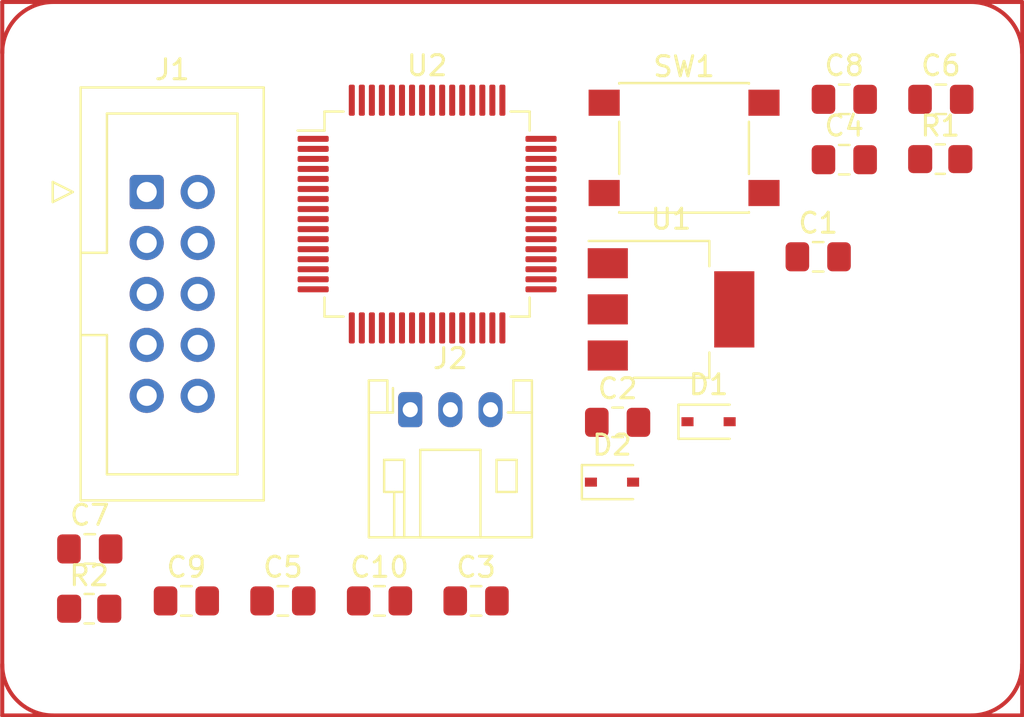
<source format=kicad_pcb>
(kicad_pcb (version 20211014) (generator pcbnew)
  (layers (0 "F.Cu" signal) (31 "B.Cu" signal) (34 "B.Paste" user) (35 "F.Paste" user) (36 "B.SilkS" user "B.Silkscreen") (37 "F.SilkS" user "F.Silkscreen") (38 "B.Mask" user) (39 "F.Mask" user) (44 "Edge.Cuts" user))
  (net 0 "")
  (net 1 "5V")
  (net 2 "Net-(C1-Pad2)")
  (net 3 "3.3V")
  (net 4 "GND")
  (net 5 "Net-(C7-Pad1)")
  (net 6 "/NRST")
  (net 7 "/PA13")
  (net 9 "/PA14")
  (net 10 "/V3.3_IN")
  (net 11 "/U5V")
  (net 12 "PA8")
  (net 13 "/BOOT0")
  (net 14 "/PC13")
  (net 15 "/PC14")
  (net 16 "/PC15")
  (net 17 "/PF0")
  (net 18 "/PF1")
  (net 19 "/PC0")
  (net 20 "/PC1")
  (net 21 "/PC2")
  (net 22 "/PC3")
  (net 23 "/PA0")
  (net 24 "/PA1")
  (net 25 "/PA2")
  (net 26 "/PA3")
  (net 27 "/PA4")
  (net 28 "/PA5")
  (net 29 "/PA6")
  (net 30 "/PA7")
  (net 31 "/PC4")
  (net 32 "/PC5")
  (net 33 "/PB0")
  (net 34 "/PB1")
  (net 35 "/PB2")
  (net 36 "/PB10")
  (net 37 "/PB11")
  (net 38 "/PB12")
  (net 39 "/PB13")
  (net 40 "/PB14")
  (net 41 "/PB15")
  (net 42 "/PC6")
  (net 43 "/PC7")
  (net 44 "/PC8")
  (net 45 "/PC9")
  (net 46 "/PA9")
  (net 47 "/PA10")
  (net 48 "/PA11")
  (net 49 "/PA12")
  (net 50 "/PA15")
  (net 51 "/PC10")
  (net 52 "/PC11")
  (net 53 "/PC12")
  (net 54 "/PD2")
  (net 55 "/PB3")
  (net 56 "/PB4")
  (net 57 "/PB5")
  (net 58 "/PB6")
  (net 59 "/PB7")
  (net 60 "/PB8")
  (net 61 "/PB9")
  (footprint "Connector_JST:JST_PH_S3B-PH-K_1x03_P2.00mm_Horizontal" (layer "F.Cu") (at 121.92 106.68)
    (fp_text reference "J2" (at 2 -2.55) (layer "F.SilkS"))
    (fp_text value "Conn_01x03_Male")
    (fp_line (start -1.14 -1.46) (end -2.06 -1.46) (layer "F.SilkS") (width 0.12))
    (fp_line (start 5.3 2.5) (end 5.3 4.1) (layer "F.SilkS") (width 0.12))
    (fp_line (start -1.14 0.14) (end -1.14 -1.46) (layer "F.SilkS") (width 0.12))
    (fp_line (start 4.3 2.5) (end 5.3 2.5) (layer "F.SilkS") (width 0.12))
    (fp_line (start -1.3 4.1) (end -0.3 4.1) (layer "F.SilkS") (width 0.12))
    (fp_line (start -0.8 4.1) (end -0.8 6.36) (layer "F.SilkS") (width 0.12))
    (fp_line (start -0.86 0.14) (end -0.86 -1.075) (layer "F.SilkS") (width 0.12))
    (fp_line (start -0.3 4.1) (end -0.3 6.36) (layer "F.SilkS") (width 0.12))
    (fp_line (start 3.5 2) (end 3.5 6.36) (layer "F.SilkS") (width 0.12))
    (fp_line (start -2.06 6.36) (end 6.06 6.36) (layer "F.SilkS") (width 0.12))
    (fp_line (start 6.06 -1.46) (end 5.14 -1.46) (layer "F.SilkS") (width 0.12))
    (fp_line (start 6.06 0.14) (end 5.14 0.14) (layer "F.SilkS") (width 0.12))
    (fp_line (start -0.3 4.1) (end -0.3 2.5) (layer "F.SilkS") (width 0.12))
    (fp_line (start 6.06 6.36) (end 6.06 -1.46) (layer "F.SilkS") (width 0.12))
    (fp_line (start 0.5 2) (end 3.5 2) (layer "F.SilkS") (width 0.12))
    (fp_line (start -1.3 2.5) (end -1.3 4.1) (layer "F.SilkS") (width 0.12))
    (fp_line (start 4.3 4.1) (end 4.3 2.5) (layer "F.SilkS") (width 0.12))
    (fp_line (start -2.06 0.14) (end -1.14 0.14) (layer "F.SilkS") (width 0.12))
    (fp_line (start 5.3 4.1) (end 4.3 4.1) (layer "F.SilkS") (width 0.12))
    (fp_line (start 5.14 0.14) (end 4.86 0.14) (layer "F.SilkS") (width 0.12))
    (fp_line (start -0.3 2.5) (end -1.3 2.5) (layer "F.SilkS") (width 0.12))
    (fp_line (start 5.14 -1.46) (end 5.14 0.14) (layer "F.SilkS") (width 0.12))
    (fp_line (start -2.06 -1.46) (end -2.06 6.36) (layer "F.SilkS") (width 0.12))
    (fp_line (start -0.86 0.14) (end -1.14 0.14) (layer "F.SilkS") (width 0.12))
    (fp_line (start 0.5 6.36) (end 0.5 2) (layer "F.SilkS") (width 0.12))
    (pad "1" thru_hole roundrect (at 0 0) (size 1.2 1.75) (drill 0.75) (layers *.Cu *.Mask) (roundrect_rratio 0.208333) (net 1 "5V"))
    (pad "2" thru_hole oval (at 2 0) (size 1.2 1.75) (drill 0.75) (layers *.Cu *.Mask) (net 12 "PA8"))
    (pad "3" thru_hole oval (at 4 0) (size 1.2 1.75) (drill 0.75) (layers *.Cu *.Mask) (net 4 "GND"))
  )
  (footprint "Resistor_SMD:R_0805_2012Metric_Pad1.20x1.40mm_HandSolder" (layer "F.Cu") (at 105.93 116.6)
    (fp_text reference "R2" (at 0 -1.65) (layer "F.SilkS"))
    (fp_text value "100K")
    (fp_line (start -0.227064 0.735) (end 0.227064 0.735) (layer "F.SilkS") (width 0.12))
    (fp_line (start -0.227064 -0.735) (end 0.227064 -0.735) (layer "F.SilkS") (width 0.12))
    (pad "1" smd roundrect (at -1 0) (size 1.2 1.4) (layers "F.Cu" "F.Paste" "F.Mask") (roundrect_rratio 0.208333) (net 3 "3.3V"))
    (pad "2" smd roundrect (at 1 0) (size 1.2 1.4) (layers "F.Cu" "F.Paste" "F.Mask") (roundrect_rratio 0.208333) (net 6 "/NRST"))
  )
  (footprint "Capacitor_SMD:C_0805_2012Metric_Pad1.18x1.45mm_HandSolder" (layer "F.Cu") (at 143.54 94.22)
    (fp_text reference "C4" (at 0 -1.68) (layer "F.SilkS"))
    (fp_text value ".1uF")
    (fp_line (start -0.261252 0.735) (end 0.261252 0.735) (layer "F.SilkS") (width 0.12))
    (fp_line (start -0.261252 -0.735) (end 0.261252 -0.735) (layer "F.SilkS") (width 0.12))
    (pad "1" smd roundrect (at -1.0375 0) (size 1.175 1.45) (layers "F.Cu" "F.Paste" "F.Mask") (roundrect_rratio 0.212766) (net 3 "3.3V"))
    (pad "2" smd roundrect (at 1.0375 0) (size 1.175 1.45) (layers "F.Cu" "F.Paste" "F.Mask") (roundrect_rratio 0.212766) (net 4 "GND"))
  )
  (footprint "Connector_IDC:IDC-Header_2x05_P2.54mm_Vertical" (layer "F.Cu") (at 108.795 95.83)
    (fp_text reference "J1" (at 1.27 -6.1) (layer "F.SilkS"))
    (fp_text value "Conn_02x05_Odd_Even")
    (fp_line (start 4.52 14.07) (end -1.98 14.07) (layer "F.SilkS") (width 0.12))
    (fp_line (start 4.52 -3.91) (end 4.52 14.07) (layer "F.SilkS") (width 0.12))
    (fp_line (start -1.98 14.07) (end -1.98 7.13) (layer "F.SilkS") (width 0.12))
    (fp_line (start -3.29 3.03) (end -1.98 3.03) (layer "F.SilkS") (width 0.12))
    (fp_line (start -3.29 15.37) (end -3.29 -5.21) (layer "F.SilkS") (width 0.12))
    (fp_line (start -1.98 7.13) (end -1.98 7.13) (layer "F.SilkS") (width 0.12))
    (fp_line (start -3.29 -5.21) (end 5.83 -5.21) (layer "F.SilkS") (width 0.12))
    (fp_line (start 5.83 15.37) (end -3.29 15.37) (layer "F.SilkS") (width 0.12))
    (fp_line (start -4.68 0.5) (end -3.68 0) (layer "F.SilkS") (width 0.12))
    (fp_line (start -1.98 3.03) (end -1.98 -3.91) (layer "F.SilkS") (width 0.12))
    (fp_line (start -3.68 0) (end -4.68 -0.5) (layer "F.SilkS") (width 0.12))
    (fp_line (start -1.98 -3.91) (end 4.52 -3.91) (layer "F.SilkS") (width 0.12))
    (fp_line (start -1.98 7.13) (end -3.29 7.13) (layer "F.SilkS") (width 0.12))
    (fp_line (start 5.83 -5.21) (end 5.83 15.37) (layer "F.SilkS") (width 0.12))
    (fp_line (start -4.68 -0.5) (end -4.68 0.5) (layer "F.SilkS") (width 0.12))
    (pad "1" thru_hole roundrect (at 0 0) (size 1.7 1.7) (drill 1) (layers *.Cu *.Mask) (roundrect_rratio 0.147059) (net 6 "/NRST"))
    (pad "2" thru_hole circle (at 2.54 0) (size 1.7 1.7) (drill 1) (layers *.Cu *.Mask) (net 7 "/PA13"))
    (pad "3" thru_hole circle (at 0 2.54) (size 1.7 1.7) (drill 1) (layers *.Cu *.Mask) (net 4 "GND"))
    (pad "4" thru_hole circle (at 2.54 2.54) (size 1.7 1.7) (drill 1) (layers *.Cu *.Mask) (net 4 "GND"))
    (pad "5" thru_hole circle (at 0 5.08) (size 1.7 1.7) (drill 1) (layers *.Cu *.Mask))
    (pad "6" thru_hole circle (at 2.54 5.08) (size 1.7 1.7) (drill 1) (layers *.Cu *.Mask) (net 9 "/PA14"))
    (pad "7" thru_hole circle (at 0 7.62) (size 1.7 1.7) (drill 1) (layers *.Cu *.Mask) (net 10 "/V3.3_IN"))
    (pad "8" thru_hole circle (at 2.54 7.62) (size 1.7 1.7) (drill 1) (layers *.Cu *.Mask) (net 10 "/V3.3_IN"))
    (pad "9" thru_hole circle (at 0 10.16) (size 1.7 1.7) (drill 1) (layers *.Cu *.Mask) (net 11 "/U5V"))
    (pad "10" thru_hole circle (at 2.54 10.16) (size 1.7 1.7) (drill 1) (layers *.Cu *.Mask) (net 11 "/U5V"))
  )
  (footprint "Capacitor_SMD:C_0805_2012Metric_Pad1.18x1.45mm_HandSolder" (layer "F.Cu") (at 148.35 91.21)
    (fp_text reference "C6" (at 0 -1.68) (layer "F.SilkS"))
    (fp_text value ".1uF")
    (fp_line (start -0.261252 -0.735) (end 0.261252 -0.735) (layer "F.SilkS") (width 0.12))
    (fp_line (start -0.261252 0.735) (end 0.261252 0.735) (layer "F.SilkS") (width 0.12))
    (pad "1" smd roundrect (at -1.0375 0) (size 1.175 1.45) (layers "F.Cu" "F.Paste" "F.Mask") (roundrect_rratio 0.212766) (net 3 "3.3V"))
    (pad "2" smd roundrect (at 1.0375 0) (size 1.175 1.45) (layers "F.Cu" "F.Paste" "F.Mask") (roundrect_rratio 0.212766) (net 4 "GND"))
  )
  (footprint "Package_QFP:LQFP-64_10x10mm_P0.5mm" (layer "F.Cu") (at 122.76 96.93)
    (fp_text reference "U2" (at 0 -7.4) (layer "F.SilkS"))
    (fp_text value "STM32F091RCTx")
    (fp_line (start 4.16 -5.11) (end 5.11 -5.11) (layer "F.SilkS") (width 0.12))
    (fp_line (start 5.11 -5.11) (end 5.11 -4.16) (layer "F.SilkS") (width 0.12))
    (fp_line (start -5.11 -4.16) (end -6.45 -4.16) (layer "F.SilkS") (width 0.12))
    (fp_line (start -5.11 5.11) (end -5.11 4.16) (layer "F.SilkS") (width 0.12))
    (fp_line (start 4.16 5.11) (end 5.11 5.11) (layer "F.SilkS") (width 0.12))
    (fp_line (start 5.11 5.11) (end 5.11 4.16) (layer "F.SilkS") (width 0.12))
    (fp_line (start -4.16 -5.11) (end -5.11 -5.11) (layer "F.SilkS") (width 0.12))
    (fp_line (start -5.11 -5.11) (end -5.11 -4.16) (layer "F.SilkS") (width 0.12))
    (fp_line (start -4.16 5.11) (end -5.11 5.11) (layer "F.SilkS") (width 0.12))
    (pad "1" smd roundrect (at -5.675 -3.75) (size 1.55 0.3) (layers "F.Cu" "F.Paste" "F.Mask") (net 3 "3.3V"))
    (pad "2" smd roundrect (at -5.675 -3.25) (size 1.55 0.3) (layers "F.Cu" "F.Paste" "F.Mask") (net 14 "/PC13"))
    (pad "3" smd roundrect (at -5.675 -2.75) (size 1.55 0.3) (layers "F.Cu" "F.Paste" "F.Mask") (net 15 "/PC14"))
    (pad "4" smd roundrect (at -5.675 -2.25) (size 1.55 0.3) (layers "F.Cu" "F.Paste" "F.Mask") (net 16 "/PC15"))
    (pad "5" smd roundrect (at -5.675 -1.75) (size 1.55 0.3) (layers "F.Cu" "F.Paste" "F.Mask") (net 17 "/PF0"))
    (pad "6" smd roundrect (at -5.675 -1.25) (size 1.55 0.3) (layers "F.Cu" "F.Paste" "F.Mask") (net 18 "/PF1"))
    (pad "7" smd roundrect (at -5.675 -0.75) (size 1.55 0.3) (layers "F.Cu" "F.Paste" "F.Mask") (net 6 "/NRST"))
    (pad "8" smd roundrect (at -5.675 -0.25) (size 1.55 0.3) (layers "F.Cu" "F.Paste" "F.Mask") (net 19 "/PC0"))
    (pad "9" smd roundrect (at -5.675 0.25) (size 1.55 0.3) (layers "F.Cu" "F.Paste" "F.Mask") (net 20 "/PC1"))
    (pad "10" smd roundrect (at -5.675 0.75) (size 1.55 0.3) (layers "F.Cu" "F.Paste" "F.Mask") (net 21 "/PC2"))
    (pad "11" smd roundrect (at -5.675 1.25) (size 1.55 0.3) (layers "F.Cu" "F.Paste" "F.Mask") (net 22 "/PC3"))
    (pad "12" smd roundrect (at -5.675 1.75) (size 1.55 0.3) (layers "F.Cu" "F.Paste" "F.Mask") (net 4 "GND"))
    (pad "13" smd roundrect (at -5.675 2.25) (size 1.55 0.3) (layers "F.Cu" "F.Paste" "F.Mask") (net 3 "3.3V"))
    (pad "14" smd roundrect (at -5.675 2.75) (size 1.55 0.3) (layers "F.Cu" "F.Paste" "F.Mask") (net 23 "/PA0"))
    (pad "15" smd roundrect (at -5.675 3.25) (size 1.55 0.3) (layers "F.Cu" "F.Paste" "F.Mask") (net 24 "/PA1"))
    (pad "16" smd roundrect (at -5.675 3.75) (size 1.55 0.3) (layers "F.Cu" "F.Paste" "F.Mask") (net 25 "/PA2"))
    (pad "17" smd roundrect (at -3.75 5.675) (size 0.3 1.55) (layers "F.Cu" "F.Paste" "F.Mask") (net 26 "/PA3"))
    (pad "18" smd roundrect (at -3.25 5.675) (size 0.3 1.55) (layers "F.Cu" "F.Paste" "F.Mask") (net 4 "GND"))
    (pad "19" smd roundrect (at -2.75 5.675) (size 0.3 1.55) (layers "F.Cu" "F.Paste" "F.Mask") (net 3 "3.3V"))
    (pad "20" smd roundrect (at -2.25 5.675) (size 0.3 1.55) (layers "F.Cu" "F.Paste" "F.Mask") (net 27 "/PA4"))
    (pad "21" smd roundrect (at -1.75 5.675) (size 0.3 1.55) (layers "F.Cu" "F.Paste" "F.Mask") (net 28 "/PA5"))
    (pad "22" smd roundrect (at -1.25 5.675) (size 0.3 1.55) (layers "F.Cu" "F.Paste" "F.Mask") (net 29 "/PA6"))
    (pad "23" smd roundrect (at -0.75 5.675) (size 0.3 1.55) (layers "F.Cu" "F.Paste" "F.Mask") (net 30 "/PA7"))
    (pad "24" smd roundrect (at -0.25 5.675) (size 0.3 1.55) (layers "F.Cu" "F.Paste" "F.Mask") (net 31 "/PC4"))
    (pad "25" smd roundrect (at 0.25 5.675) (size 0.3 1.55) (layers "F.Cu" "F.Paste" "F.Mask") (net 32 "/PC5"))
    (pad "26" smd roundrect (at 0.75 5.675) (size 0.3 1.55) (layers "F.Cu" "F.Paste" "F.Mask") (net 33 "/PB0"))
    (pad "27" smd roundrect (at 1.25 5.675) (size 0.3 1.55) (layers "F.Cu" "F.Paste" "F.Mask") (net 34 "/PB1"))
    (pad "28" smd roundrect (at 1.75 5.675) (size 0.3 1.55) (layers "F.Cu" "F.Paste" "F.Mask") (net 35 "/PB2"))
    (pad "29" smd roundrect (at 2.25 5.675) (size 0.3 1.55) (layers "F.Cu" "F.Paste" "F.Mask") (net 36 "/PB10"))
    (pad "30" smd roundrect (at 2.75 5.675) (size 0.3 1.55) (layers "F.Cu" "F.Paste" "F.Mask") (net 37 "/PB11"))
    (pad "31" smd roundrect (at 3.25 5.675) (size 0.3 1.55) (layers "F.Cu" "F.Paste" "F.Mask") (net 4 "GND"))
    (pad "32" smd roundrect (at 3.75 5.675) (size 0.3 1.55) (layers "F.Cu" "F.Paste" "F.Mask") (net 3 "3.3V"))
    (pad "33" smd roundrect (at 5.675 3.75) (size 1.55 0.3) (layers "F.Cu" "F.Paste" "F.Mask") (net 38 "/PB12"))
    (pad "34" smd roundrect (at 5.675 3.25) (size 1.55 0.3) (layers "F.Cu" "F.Paste" "F.Mask") (net 39 "/PB13"))
    (pad "35" smd roundrect (at 5.675 2.75) (size 1.55 0.3) (layers "F.Cu" "F.Paste" "F.Mask") (net 40 "/PB14"))
    (pad "36" smd roundrect (at 5.675 2.25) (size 1.55 0.3) (layers "F.Cu" "F.Paste" "F.Mask") (net 41 "/PB15"))
    (pad "37" smd roundrect (at 5.675 1.75) (size 1.55 0.3) (layers "F.Cu" "F.Paste" "F.Mask") (net 42 "/PC6"))
    (pad "38" smd roundrect (at 5.675 1.25) (size 1.55 0.3) (layers "F.Cu" "F.Paste" "F.Mask") (net 43 "/PC7"))
    (pad "39" smd roundrect (at 5.675 0.75) (size 1.55 0.3) (layers "F.Cu" "F.Paste" "F.Mask") (net 44 "/PC8"))
    (pad "40" smd roundrect (at 5.675 0.25) (size 1.55 0.3) (layers "F.Cu" "F.Paste" "F.Mask") (net 45 "/PC9"))
    (pad "41" smd roundrect (at 5.675 -0.25) (size 1.55 0.3) (layers "F.Cu" "F.Paste" "F.Mask") (net 12 "PA8"))
    (pad "42" smd roundrect (at 5.675 -0.75) (size 1.55 0.3) (layers "F.Cu" "F.Paste" "F.Mask") (net 46 "/PA9"))
    (pad "43" smd roundrect (at 5.675 -1.25) (size 1.55 0.3) (layers "F.Cu" "F.Paste" "F.Mask") (net 47 "/PA10"))
    (pad "44" smd roundrect (at 5.675 -1.75) (size 1.55 0.3) (layers "F.Cu" "F.Paste" "F.Mask") (net 48 "/PA11"))
    (pad "45" smd roundrect (at 5.675 -2.25) (size 1.55 0.3) (layers "F.Cu" "F.Paste" "F.Mask") (net 49 "/PA12"))
    (pad "46" smd roundrect (at 5.675 -2.75) (size 1.55 0.3) (layers "F.Cu" "F.Paste" "F.Mask") (net 7 "/PA13"))
    (pad "47" smd roundrect (at 5.675 -3.25) (size 1.55 0.3) (layers "F.Cu" "F.Paste" "F.Mask") (net 4 "GND"))
    (pad "48" smd roundrect (at 5.675 -3.75) (size 1.55 0.3) (layers "F.Cu" "F.Paste" "F.Mask") (net 3 "3.3V"))
    (pad "49" smd roundrect (at 3.75 -5.675) (size 0.3 1.55) (layers "F.Cu" "F.Paste" "F.Mask") (net 9 "/PA14"))
    (pad "50" smd roundrect (at 3.25 -5.675) (size 0.3 1.55) (layers "F.Cu" "F.Paste" "F.Mask") (net 50 "/PA15"))
    (pad "51" smd roundrect (at 2.75 -5.675) (size 0.3 1.55) (layers "F.Cu" "F.Paste" "F.Mask") (net 51 "/PC10"))
    (pad "52" smd roundrect (at 2.25 -5.675) (size 0.3 1.55) (layers "F.Cu" "F.Paste" "F.Mask") (net 52 "/PC11"))
    (pad "53" smd roundrect (at 1.75 -5.675) (size 0.3 1.55) (layers "F.Cu" "F.Paste" "F.Mask") (net 53 "/PC12"))
    (pad "54" smd roundrect (at 1.25 -5.675) (size 0.3 1.55) (layers "F.Cu" "F.Paste" "F.Mask") (net 54 "/PD2"))
    (pad "55" smd roundrect (at 0.75 -5.675) (size 0.3 1.55) (layers "F.Cu" "F.Paste" "F.Mask") (net 55 "/PB3"))
    (pad "56" smd roundrect (at 0.25 -5.675) (size 0.3 1.55) (layers "F.Cu" "F.Paste" "F.Mask") (net 56 "/PB4"))
    (pad "57" smd roundrect (at -0.25 -5.675) (size 0.3 1.55) (layers "F.Cu" "F.Paste" "F.Mask") (net 57 "/PB5"))
    (pad "58" smd roundrect (at -0.75 -5.675) (size 0.3 1.55) (layers "F.Cu" "F.Paste" "F.Mask") (net 58 "/PB6"))
    (pad "59" smd roundrect (at -1.25 -5.675) (size 0.3 1.55) (layers "F.Cu" "F.Paste" "F.Mask") (net 59 "/PB7"))
    (pad "60" smd roundrect (at -1.75 -5.675) (size 0.3 1.55) (layers "F.Cu" "F.Paste" "F.Mask") (net 13 "/BOOT0"))
    (pad "61" smd roundrect (at -2.25 -5.675) (size 0.3 1.55) (layers "F.Cu" "F.Paste" "F.Mask") (net 60 "/PB8"))
    (pad "62" smd roundrect (at -2.75 -5.675) (size 0.3 1.55) (layers "F.Cu" "F.Paste" "F.Mask") (net 61 "/PB9"))
    (pad "63" smd roundrect (at -3.25 -5.675) (size 0.3 1.55) (layers "F.Cu" "F.Paste" "F.Mask") (net 4 "GND"))
    (pad "64" smd roundrect (at -3.75 -5.675) (size 0.3 1.55) (layers "F.Cu" "F.Paste" "F.Mask") (net 3 "3.3V"))
  )
  (footprint "Capacitor_SMD:C_0805_2012Metric_Pad1.18x1.45mm_HandSolder" (layer "F.Cu") (at 110.77 116.21)
    (fp_text reference "C9" (at 0 -1.68) (layer "F.SilkS"))
    (fp_text value "22uF")
    (fp_line (start -0.261252 -0.735) (end 0.261252 -0.735) (layer "F.SilkS") (width 0.12))
    (fp_line (start -0.261252 0.735) (end 0.261252 0.735) (layer "F.SilkS") (width 0.12))
    (pad "1" smd roundrect (at -1.0375 0) (size 1.175 1.45) (layers "F.Cu" "F.Paste" "F.Mask") (roundrect_rratio 0.212766) (net 5 "Net-(C7-Pad1)"))
    (pad "2" smd roundrect (at 1.0375 0) (size 1.175 1.45) (layers "F.Cu" "F.Paste" "F.Mask") (roundrect_rratio 0.212766) (net 2 "Net-(C1-Pad2)"))
  )
  (footprint "Capacitor_SMD:C_0805_2012Metric_Pad1.18x1.45mm_HandSolder" (layer "F.Cu") (at 125.2 116.21)
    (fp_text reference "C3" (at 0 -1.68) (layer "F.SilkS"))
    (fp_text value ".1uF")
    (fp_line (start -0.261252 0.735) (end 0.261252 0.735) (layer "F.SilkS") (width 0.12))
    (fp_line (start -0.261252 -0.735) (end 0.261252 -0.735) (layer "F.SilkS") (width 0.12))
    (pad "1" smd roundrect (at -1.0375 0) (size 1.175 1.45) (layers "F.Cu" "F.Paste" "F.Mask") (roundrect_rratio 0.212766) (net 1 "5V"))
    (pad "2" smd roundrect (at 1.0375 0) (size 1.175 1.45) (layers "F.Cu" "F.Paste" "F.Mask") (roundrect_rratio 0.212766) (net 2 "Net-(C1-Pad2)"))
  )
  (footprint "Package_TO_SOT_SMD:SOT-223-3_TabPin2" (layer "F.Cu") (at 134.91 101.68)
    (fp_text reference "U1" (at 0 -4.5) (layer "F.SilkS"))
    (fp_text value "LD1117S33TR_SOT223")
    (fp_line (start 1.91 -3.41) (end 1.91 -2.15) (layer "F.SilkS") (width 0.12))
    (fp_line (start -4.1 -3.41) (end 1.91 -3.41) (layer "F.SilkS") (width 0.12))
    (fp_line (start -1.85 3.41) (end 1.91 3.41) (layer "F.SilkS") (width 0.12))
    (fp_line (start 1.91 3.41) (end 1.91 2.15) (layer "F.SilkS") (width 0.12))
    (pad "1" smd rect (at -3.15 -2.3) (size 2 1.5) (layers "F.Cu" "F.Paste" "F.Mask") (net 2 "Net-(C1-Pad2)"))
    (pad "2" smd rect (at -3.15 0) (size 2 1.5) (layers "F.Cu" "F.Paste" "F.Mask") (net 5 "Net-(C7-Pad1)"))
    (pad "2" smd rect (at 3.15 0) (size 2 3.8) (layers "F.Cu" "F.Paste" "F.Mask") (net 5 "Net-(C7-Pad1)"))
    (pad "3" smd rect (at -3.15 2.3) (size 2 1.5) (layers "F.Cu" "F.Paste" "F.Mask") (net 1 "5V"))
  )
  (footprint "Capacitor_SMD:C_0805_2012Metric_Pad1.18x1.45mm_HandSolder" (layer "F.Cu") (at 142.24 99.06)
    (fp_text reference "C1" (at 0 -1.68) (layer "F.SilkS"))
    (fp_text value "22uF")
    (fp_line (start -0.261252 0.735) (end 0.261252 0.735) (layer "F.SilkS") (width 0.12))
    (fp_line (start -0.261252 -0.735) (end 0.261252 -0.735) (layer "F.SilkS") (width 0.12))
    (pad "1" smd roundrect (at -1.0375 0) (size 1.175 1.45) (layers "F.Cu" "F.Paste" "F.Mask") (roundrect_rratio 0.212766) (net 1 "5V"))
    (pad "2" smd roundrect (at 1.0375 0) (size 1.175 1.45) (layers "F.Cu" "F.Paste" "F.Mask") (roundrect_rratio 0.212766) (net 2 "Net-(C1-Pad2)"))
  )
  (footprint "Capacitor_SMD:C_0805_2012Metric_Pad1.18x1.45mm_HandSolder" (layer "F.Cu") (at 132.25 107.31)
    (fp_text reference "C2" (at 0 -1.68) (layer "F.SilkS"))
    (fp_text value ".1uF")
    (fp_line (start -0.261252 -0.735) (end 0.261252 -0.735) (layer "F.SilkS") (width 0.12))
    (fp_line (start -0.261252 0.735) (end 0.261252 0.735) (layer "F.SilkS") (width 0.12))
    (pad "1" smd roundrect (at -1.0375 0) (size 1.175 1.45) (layers "F.Cu" "F.Paste" "F.Mask") (roundrect_rratio 0.212766) (net 3 "3.3V"))
    (pad "2" smd roundrect (at 1.0375 0) (size 1.175 1.45) (layers "F.Cu" "F.Paste" "F.Mask") (roundrect_rratio 0.212766) (net 4 "GND"))
  )
  (footprint "Button_Switch_SMD:SW_SPST_PTS645" (layer "F.Cu") (at 135.56 93.63)
    (fp_text reference "SW1" (at 0 -4.05) (layer "F.SilkS"))
    (fp_text value "SW_Push")
    (fp_line (start -3.23 -3.23) (end 3.23 -3.23) (layer "F.SilkS") (width 0.12))
    (fp_line (start 3.23 -3.23) (end 3.23 -3.2) (layer "F.SilkS") (width 0.12))
    (fp_line (start -3.23 -3.2) (end -3.23 -3.23) (layer "F.SilkS") (width 0.12))
    (fp_line (start 3.23 -1.3) (end 3.23 1.3) (layer "F.SilkS") (width 0.12))
    (fp_line (start 3.23 3.23) (end 3.23 3.2) (layer "F.SilkS") (width 0.12))
    (fp_line (start -3.23 3.23) (end 3.23 3.23) (layer "F.SilkS") (width 0.12))
    (fp_line (start -3.23 -1.3) (end -3.23 1.3) (layer "F.SilkS") (width 0.12))
    (fp_line (start -3.23 3.23) (end -3.23 3.2) (layer "F.SilkS") (width 0.12))
    (pad "1" smd rect (at 3.98 -2.25) (size 1.55 1.3) (layers "F.Cu" "F.Paste" "F.Mask") (net 4 "GND"))
    (pad "1" smd rect (at -3.98 -2.25) (size 1.55 1.3) (layers "F.Cu" "F.Paste" "F.Mask") (net 4 "GND"))
    (pad "2" smd rect (at 3.98 2.25) (size 1.55 1.3) (layers "F.Cu" "F.Paste" "F.Mask") (net 6 "/NRST"))
    (pad "2" smd rect (at -3.98 2.25) (size 1.55 1.3) (layers "F.Cu" "F.Paste" "F.Mask") (net 6 "/NRST"))
  )
  (footprint "Diode_SMD:D_SOD-323" (layer "F.Cu") (at 131.97 110.29)
    (fp_text reference "D2" (at 0 -1.85) (layer "F.SilkS"))
    (fp_text value "BAT60JFILM")
    (fp_line (start -1.5 -0.85) (end -1.5 0.85) (layer "F.SilkS") (width 0.12))
    (fp_line (start -1.5 0.85) (end 1.05 0.85) (layer "F.SilkS") (width 0.12))
    (fp_line (start -1.5 -0.85) (end 1.05 -0.85) (layer "F.SilkS") (width 0.12))
    (pad "1" smd rect (at -1.05 0) (size 0.6 0.45) (layers "F.Cu" "F.Paste" "F.Mask") (net 3 "3.3V"))
    (pad "2" smd rect (at 1.05 0) (size 0.6 0.45) (layers "F.Cu" "F.Paste" "F.Mask") (net 5 "Net-(C7-Pad1)"))
  )
  (footprint "Capacitor_SMD:C_0805_2012Metric_Pad1.18x1.45mm_HandSolder" (layer "F.Cu") (at 143.54 91.21)
    (fp_text reference "C8" (at 0 -1.68) (layer "F.SilkS"))
    (fp_text value ".1uF")
    (fp_line (start -0.261252 0.735) (end 0.261252 0.735) (layer "F.SilkS") (width 0.12))
    (fp_line (start -0.261252 -0.735) (end 0.261252 -0.735) (layer "F.SilkS") (width 0.12))
    (pad "1" smd roundrect (at -1.0375 0) (size 1.175 1.45) (layers "F.Cu" "F.Paste" "F.Mask") (roundrect_rratio 0.212766) (net 3 "3.3V"))
    (pad "2" smd roundrect (at 1.0375 0) (size 1.175 1.45) (layers "F.Cu" "F.Paste" "F.Mask") (roundrect_rratio 0.212766) (net 4 "GND"))
  )
  (footprint "Capacitor_SMD:C_0805_2012Metric_Pad1.18x1.45mm_HandSolder" (layer "F.Cu") (at 105.96 113.62)
    (fp_text reference "C7" (at 0 -1.68) (layer "F.SilkS"))
    (fp_text value ".1uF")
    (fp_line (start -0.261252 0.735) (end 0.261252 0.735) (layer "F.SilkS") (width 0.12))
    (fp_line (start -0.261252 -0.735) (end 0.261252 -0.735) (layer "F.SilkS") (width 0.12))
    (pad "1" smd roundrect (at -1.0375 0) (size 1.175 1.45) (layers "F.Cu" "F.Paste" "F.Mask") (roundrect_rratio 0.212766) (net 5 "Net-(C7-Pad1)"))
    (pad "2" smd roundrect (at 1.0375 0) (size 1.175 1.45) (layers "F.Cu" "F.Paste" "F.Mask") (roundrect_rratio 0.212766) (net 2 "Net-(C1-Pad2)"))
  )
  (footprint "Diode_SMD:D_SOD-323" (layer "F.Cu") (at 136.78 107.28)
    (fp_text reference "D1" (at 0 -1.85) (layer "F.SilkS"))
    (fp_text value "BAT60JFILM")
    (fp_line (start -1.5 0.85) (end 1.05 0.85) (layer "F.SilkS") (width 0.12))
    (fp_line (start -1.5 -0.85) (end 1.05 -0.85) (layer "F.SilkS") (width 0.12))
    (fp_line (start -1.5 -0.85) (end -1.5 0.85) (layer "F.SilkS") (width 0.12))
    (pad "1" smd rect (at -1.05 0) (size 0.6 0.45) (layers "F.Cu" "F.Paste" "F.Mask") (net 4 "GND"))
    (pad "2" smd rect (at 1.05 0) (size 0.6 0.45) (layers "F.Cu" "F.Paste" "F.Mask") (net 2 "Net-(C1-Pad2)"))
  )
  (footprint "Resistor_SMD:R_0805_2012Metric_Pad1.20x1.40mm_HandSolder" (layer "F.Cu") (at 148.32 94.19)
    (fp_text reference "R1" (at 0 -1.65) (layer "F.SilkS"))
    (fp_text value "100K")
    (fp_line (start -0.227064 -0.735) (end 0.227064 -0.735) (layer "F.SilkS") (width 0.12))
    (fp_line (start -0.227064 0.735) (end 0.227064 0.735) (layer "F.SilkS") (width 0.12))
    (pad "1" smd roundrect (at -1 0) (size 1.2 1.4) (layers "F.Cu" "F.Paste" "F.Mask") (roundrect_rratio 0.208333) (net 13 "/BOOT0"))
    (pad "2" smd roundrect (at 1 0) (size 1.2 1.4) (layers "F.Cu" "F.Paste" "F.Mask") (roundrect_rratio 0.208333) (net 4 "GND"))
  )
  (footprint "Capacitor_SMD:C_0805_2012Metric_Pad1.18x1.45mm_HandSolder" (layer "F.Cu") (at 120.39 116.21)
    (fp_text reference "C10" (at 0 -1.68) (layer "F.SilkS"))
    (fp_text value ".1uF")
    (fp_line (start -0.261252 0.735) (end 0.261252 0.735) (layer "F.SilkS") (width 0.12))
    (fp_line (start -0.261252 -0.735) (end 0.261252 -0.735) (layer "F.SilkS") (width 0.12))
    (pad "1" smd roundrect (at -1.0375 0) (size 1.175 1.45) (layers "F.Cu" "F.Paste" "F.Mask") (roundrect_rratio 0.212766) (net 6 "/NRST"))
    (pad "2" smd roundrect (at 1.0375 0) (size 1.175 1.45) (layers "F.Cu" "F.Paste" "F.Mask") (roundrect_rratio 0.212766) (net 4 "GND"))
  )
  (footprint "Capacitor_SMD:C_0805_2012Metric_Pad1.18x1.45mm_HandSolder" (layer "F.Cu") (at 115.58 116.21)
    (fp_text reference "C5" (at 0 -1.68) (layer "F.SilkS"))
    (fp_text value ".1uF")
    (fp_line (start -0.261252 0.735) (end 0.261252 0.735) (layer "F.SilkS") (width 0.12))
    (fp_line (start -0.261252 -0.735) (end 0.261252 -0.735) (layer "F.SilkS") (width 0.12))
    (pad "1" smd roundrect (at -1.0375 0) (size 1.175 1.45) (layers "F.Cu" "F.Paste" "F.Mask") (roundrect_rratio 0.212766) (net 3 "3.3V"))
    (pad "2" smd roundrect (at 1.0375 0) (size 1.175 1.45) (layers "F.Cu" "F.Paste" "F.Mask") (roundrect_rratio 0.212766) (net 4 "GND"))
  )
  (gr_line (start 152.4 86.36) (end 152.4 121.92) (layer "F.Cu") (width 0.2))
  (gr_arc (start 104.14 121.92) (mid 102.343949 121.176051) (end 101.6 119.38) (layer "F.Cu") (width 0.2))
  (gr_line (start 101.6 86.36) (end 104.14 86.36) (layer "F.Cu") (width 0.2))
  (gr_line (start 104.14 86.36) (end 152.4 86.36) (layer "F.Cu") (width 0.2))
  (gr_line (start 152.4 121.92) (end 101.6 121.92) (layer "F.Cu") (width 0.2))
  (gr_line (start 101.6 121.92) (end 101.6 86.36) (layer "F.Cu") (width 0.2))
  (gr_arc (start 101.6 88.9) (mid 102.343949 87.103949) (end 104.14 86.36) (layer "F.Cu") (width 0.2))
  (gr_arc (start 152.4 119.38) (mid 151.656051 121.176051) (end 149.86 121.92) (layer "F.Cu") (width 0.2))
  (gr_arc (start 149.86 86.36) (mid 151.656051 87.103949) (end 152.4 88.9) (layer "F.Cu") (width 0.2))
)
</source>
